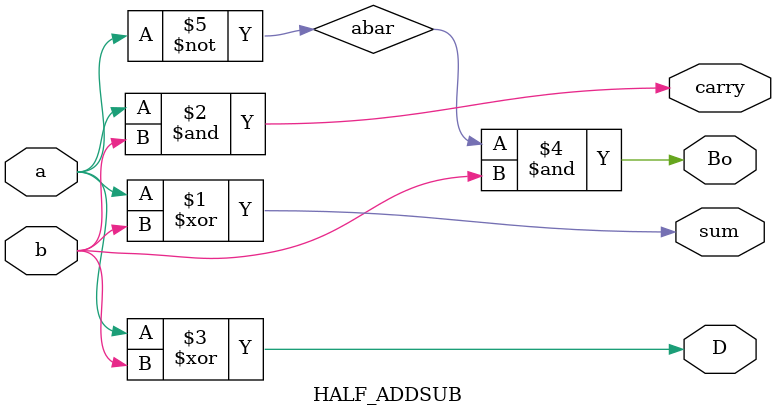
<source format=v>
module HALF_ADDSUB(a,b,sum,carry,D,Bo);
input a,b;
output sum,carry,D,Bo; 
xor(sum,a,b);
and(carry,a,b);
wire abar;
not(abar,a);
xor(D,a,b);
and(Bo,abar,b);
endmodule

</source>
